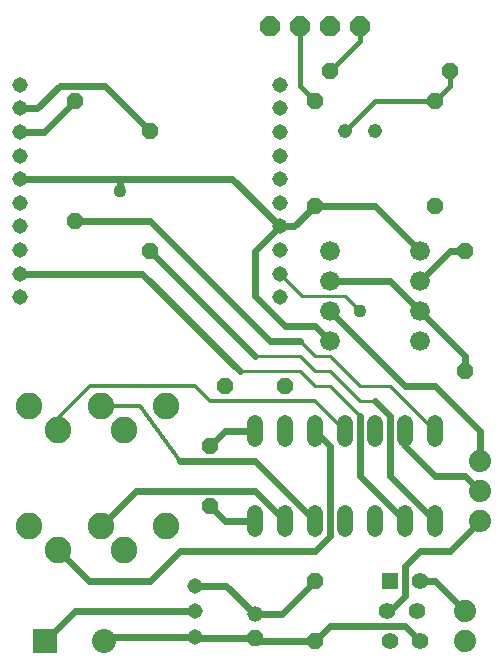
<source format=gbr>
G75*
G70*
%OFA0B0*%
%FSLAX24Y24*%
%IPPOS*%
%LPD*%
%AMOC8*
5,1,8,0,0,1.08239X$1,22.5*
%
%ADD10C,0.0660*%
%ADD11C,0.0520*%
%ADD12C,0.0515*%
%ADD13OC8,0.0520*%
%ADD14C,0.0520*%
%ADD15C,0.0476*%
%ADD16C,0.0740*%
%ADD17R,0.0800X0.0800*%
%ADD18C,0.0800*%
%ADD19C,0.0886*%
%ADD20R,0.0554X0.0554*%
%ADD21C,0.0554*%
%ADD22OC8,0.0660*%
%ADD23C,0.0240*%
%ADD24C,0.0160*%
%ADD25C,0.0436*%
%ADD26C,0.0100*%
%ADD27C,0.0120*%
D10*
X012209Y017289D03*
X012209Y018289D03*
X012209Y019289D03*
X012209Y020289D03*
X015209Y020289D03*
X015209Y019289D03*
X015209Y018289D03*
X015209Y017289D03*
D11*
X014709Y014549D02*
X014709Y014029D01*
X013709Y014029D02*
X013709Y014549D01*
X012709Y014549D02*
X012709Y014029D01*
X011709Y014029D02*
X011709Y014549D01*
X010709Y014549D02*
X010709Y014029D01*
X009709Y014029D02*
X009709Y014549D01*
X009709Y011549D02*
X009709Y011029D01*
X010709Y011029D02*
X010709Y011549D01*
X011709Y011549D02*
X011709Y011029D01*
X012709Y011029D02*
X012709Y011549D01*
X013709Y011549D02*
X013709Y011029D01*
X014709Y011029D02*
X014709Y011549D01*
X015709Y011549D02*
X015709Y011029D01*
X015709Y014029D02*
X015709Y014549D01*
D12*
X010540Y018746D03*
X010540Y019533D03*
X010540Y020321D03*
X010540Y021108D03*
X010540Y021895D03*
X010540Y022683D03*
X010540Y023470D03*
X010540Y024258D03*
X010540Y025045D03*
X010540Y025832D03*
X001879Y025832D03*
X001879Y025045D03*
X001879Y024258D03*
X001879Y023470D03*
X001879Y022683D03*
X001879Y021895D03*
X001879Y021108D03*
X001879Y020321D03*
X001879Y019533D03*
X001879Y018746D03*
X007709Y009139D03*
X007709Y008289D03*
X007709Y007439D03*
D13*
X009709Y007389D03*
X011709Y007289D03*
X011709Y009289D03*
X008209Y011789D03*
X008209Y013789D03*
X008709Y015789D03*
X010709Y015789D03*
X011709Y021789D03*
X011709Y025289D03*
X012209Y026289D03*
X015709Y025289D03*
X016209Y026289D03*
X015709Y021789D03*
X016709Y020289D03*
X016709Y016289D03*
X006209Y020289D03*
X006209Y024289D03*
X003709Y025289D03*
X003709Y021289D03*
D14*
X009709Y008189D03*
D15*
X012709Y024289D03*
X013709Y024289D03*
D16*
X017209Y013289D03*
X017209Y012289D03*
X017209Y011289D03*
X016709Y008289D03*
X016709Y007289D03*
D17*
X002709Y007289D03*
D18*
X004678Y007289D03*
D19*
X005351Y010336D03*
X004603Y011124D03*
X003146Y010336D03*
X002182Y011124D03*
X003146Y014336D03*
X002182Y015124D03*
X004603Y015124D03*
X005351Y014336D03*
X006749Y015124D03*
X006749Y011124D03*
D20*
X014209Y009289D03*
D21*
X014109Y008289D03*
X014209Y007289D03*
X015109Y008289D03*
X015209Y009289D03*
X015209Y007289D03*
D22*
X013209Y027789D03*
X012209Y027789D03*
X011209Y027789D03*
X010209Y027789D03*
D23*
X008965Y022683D02*
X005209Y022683D01*
X005209Y022289D01*
X005209Y022683D02*
X001879Y022683D01*
X001879Y024258D02*
X002678Y024258D01*
X003709Y025289D01*
X003209Y025789D02*
X004709Y025789D01*
X006209Y024289D01*
X006209Y021289D02*
X003709Y021289D01*
X001879Y019533D02*
X005965Y019533D01*
X009209Y016289D01*
X009709Y016789D02*
X006209Y020289D01*
X006209Y021289D02*
X010209Y017289D01*
X011209Y017289D01*
X010709Y017789D02*
X011709Y017789D01*
X012209Y017289D01*
X012209Y018289D02*
X014709Y015789D01*
X015709Y015789D01*
X017209Y014289D01*
X017209Y013289D01*
X016709Y012789D02*
X015709Y012789D01*
X014709Y013789D01*
X014709Y014289D01*
X014209Y014789D02*
X013709Y015289D01*
X014209Y014789D02*
X014209Y012789D01*
X015709Y011289D01*
X015209Y010289D02*
X016209Y010289D01*
X017209Y011289D01*
X017209Y012289D02*
X016709Y012789D01*
X015209Y010289D02*
X014709Y009789D01*
X014709Y008789D01*
X014209Y008289D01*
X014109Y008289D01*
X014709Y007789D02*
X012209Y007789D01*
X011709Y007289D01*
X009809Y007289D01*
X009709Y007389D01*
X007759Y007389D01*
X007709Y007439D01*
X004828Y007439D01*
X004678Y007289D01*
X003709Y008289D02*
X007709Y008289D01*
X007709Y009139D02*
X008759Y009139D01*
X009709Y008189D01*
X010609Y008189D01*
X011709Y009289D01*
X011709Y010289D02*
X007209Y010289D01*
X006209Y009289D01*
X004194Y009289D01*
X003146Y010336D01*
X003709Y008289D02*
X002709Y007289D01*
X004603Y011124D02*
X005769Y012289D01*
X009709Y012289D01*
X010709Y011289D01*
X011709Y011289D02*
X009709Y013289D01*
X007209Y013289D01*
X008209Y013789D02*
X008709Y014289D01*
X009709Y014289D01*
X008209Y011789D02*
X008709Y011289D01*
X009709Y011289D01*
X011709Y010289D02*
X012209Y010789D01*
X012209Y013789D01*
X011709Y014289D01*
X013209Y014789D02*
X013209Y012789D01*
X014709Y011289D01*
X015209Y009289D02*
X015709Y009289D01*
X016709Y008289D01*
X015209Y007289D02*
X014709Y007789D01*
X016709Y016289D02*
X016709Y016789D01*
X015209Y018289D01*
X014209Y019289D01*
X012209Y019289D01*
X011028Y021108D02*
X010540Y021108D01*
X009721Y020289D01*
X009709Y020289D01*
X009709Y018789D01*
X010709Y017789D01*
X010540Y021108D02*
X008965Y022683D01*
X011028Y021108D02*
X011709Y021789D01*
X013709Y021789D01*
X015209Y020289D01*
X015209Y019289D02*
X016209Y020289D01*
X016709Y020289D01*
X003209Y025789D02*
X002465Y025045D01*
X001879Y025045D01*
D24*
X011209Y025789D02*
X011709Y025289D01*
X011209Y025789D02*
X011209Y027789D01*
X012209Y026289D02*
X013209Y027289D01*
X013209Y027789D01*
X013709Y025289D02*
X012709Y024289D01*
X013709Y025289D02*
X015709Y025289D01*
X016209Y025789D01*
X016209Y026289D01*
D25*
X013209Y018289D03*
X005209Y022289D03*
D26*
X009209Y016289D02*
X011209Y016289D01*
X011709Y015789D01*
X012209Y015789D01*
X013209Y014789D01*
X013209Y015289D02*
X012209Y016289D01*
X011709Y016289D01*
X011209Y016789D01*
X009709Y016789D01*
X011209Y017289D02*
X011709Y016789D01*
X012209Y016789D01*
X013209Y015789D01*
X014209Y015789D01*
X015709Y014289D01*
X013709Y015289D02*
X013209Y015289D01*
X013209Y018289D02*
X012709Y018789D01*
X011284Y018789D01*
X010540Y019533D01*
D27*
X011709Y015289D02*
X008209Y015289D01*
X007709Y015789D01*
X004209Y015789D01*
X003146Y014726D01*
X003146Y014336D01*
X004603Y015124D02*
X005875Y015124D01*
X007209Y013289D01*
X011709Y015289D02*
X012709Y014289D01*
M02*

</source>
